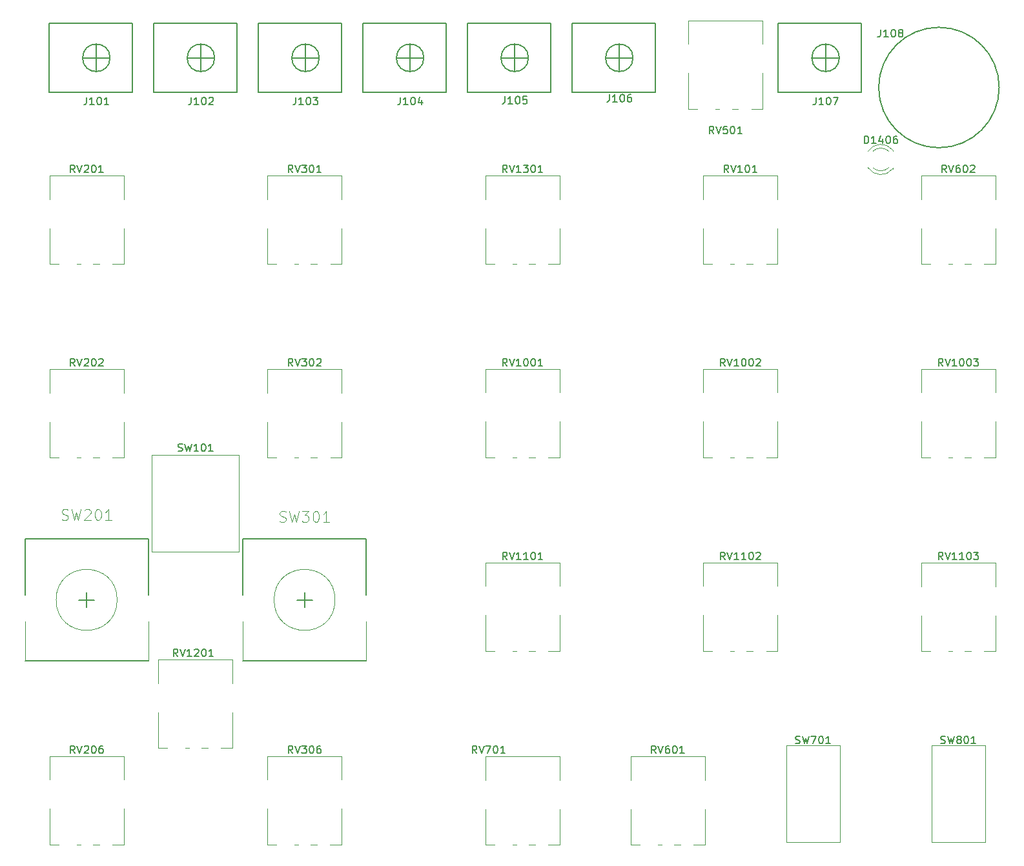
<source format=gto>
G04 #@! TF.GenerationSoftware,KiCad,Pcbnew,6.0.5+dfsg-1~bpo11+1*
G04 #@! TF.CreationDate,2023-01-11T21:04:50+00:00*
G04 #@! TF.ProjectId,micro_pico,6d696372-6f5f-4706-9963-6f2e6b696361,1.0*
G04 #@! TF.SameCoordinates,Original*
G04 #@! TF.FileFunction,Legend,Top*
G04 #@! TF.FilePolarity,Positive*
%FSLAX46Y46*%
G04 Gerber Fmt 4.6, Leading zero omitted, Abs format (unit mm)*
G04 Created by KiCad (PCBNEW 6.0.5+dfsg-1~bpo11+1) date 2023-01-11 21:04:50*
%MOMM*%
%LPD*%
G01*
G04 APERTURE LIST*
%ADD10C,0.150000*%
%ADD11C,0.120000*%
%ADD12C,0.127000*%
%ADD13C,0.080000*%
%ADD14C,1.800000*%
%ADD15C,2.500000*%
%ADD16O,4.600000X2.300000*%
%ADD17O,2.000000X4.000000*%
%ADD18O,2.720000X3.240000*%
%ADD19R,1.800000X1.800000*%
%ADD20C,3.000000*%
%ADD21C,1.451600*%
%ADD22O,2.720000X3.640000*%
%ADD23C,2.000000*%
%ADD24R,1.700000X1.700000*%
%ADD25O,1.700000X1.700000*%
%ADD26C,1.700000*%
%ADD27R,1.600000X1.600000*%
%ADD28C,1.600000*%
%ADD29C,1.440000*%
%ADD30C,2.600000*%
%ADD31R,1.500000X1.500000*%
%ADD32C,1.500000*%
G04 APERTURE END LIST*
D10*
X176784285Y-125499761D02*
X176927142Y-125547380D01*
X177165238Y-125547380D01*
X177260476Y-125499761D01*
X177308095Y-125452142D01*
X177355714Y-125356904D01*
X177355714Y-125261666D01*
X177308095Y-125166428D01*
X177260476Y-125118809D01*
X177165238Y-125071190D01*
X176974761Y-125023571D01*
X176879523Y-124975952D01*
X176831904Y-124928333D01*
X176784285Y-124833095D01*
X176784285Y-124737857D01*
X176831904Y-124642619D01*
X176879523Y-124595000D01*
X176974761Y-124547380D01*
X177212857Y-124547380D01*
X177355714Y-124595000D01*
X177689047Y-124547380D02*
X177927142Y-125547380D01*
X178117619Y-124833095D01*
X178308095Y-125547380D01*
X178546190Y-124547380D01*
X178831904Y-124547380D02*
X179498571Y-124547380D01*
X179070000Y-125547380D01*
X180070000Y-124547380D02*
X180165238Y-124547380D01*
X180260476Y-124595000D01*
X180308095Y-124642619D01*
X180355714Y-124737857D01*
X180403333Y-124928333D01*
X180403333Y-125166428D01*
X180355714Y-125356904D01*
X180308095Y-125452142D01*
X180260476Y-125499761D01*
X180165238Y-125547380D01*
X180070000Y-125547380D01*
X179974761Y-125499761D01*
X179927142Y-125452142D01*
X179879523Y-125356904D01*
X179831904Y-125166428D01*
X179831904Y-124928333D01*
X179879523Y-124737857D01*
X179927142Y-124642619D01*
X179974761Y-124595000D01*
X180070000Y-124547380D01*
X181355714Y-125547380D02*
X180784285Y-125547380D01*
X181070000Y-125547380D02*
X181070000Y-124547380D01*
X180974761Y-124690238D01*
X180879523Y-124785476D01*
X180784285Y-124833095D01*
X187943597Y-31837087D02*
X187943597Y-32551755D01*
X187895953Y-32694689D01*
X187800664Y-32789978D01*
X187657730Y-32837622D01*
X187562441Y-32837622D01*
X188944132Y-32837622D02*
X188372398Y-32837622D01*
X188658265Y-32837622D02*
X188658265Y-31837087D01*
X188562976Y-31980021D01*
X188467687Y-32075310D01*
X188372398Y-32122955D01*
X189563511Y-31837087D02*
X189658800Y-31837087D01*
X189754089Y-31884732D01*
X189801734Y-31932377D01*
X189849378Y-32027666D01*
X189897023Y-32218244D01*
X189897023Y-32456466D01*
X189849378Y-32647044D01*
X189801734Y-32742333D01*
X189754089Y-32789978D01*
X189658800Y-32837622D01*
X189563511Y-32837622D01*
X189468222Y-32789978D01*
X189420578Y-32742333D01*
X189372933Y-32647044D01*
X189325289Y-32456466D01*
X189325289Y-32218244D01*
X189372933Y-32027666D01*
X189420578Y-31932377D01*
X189468222Y-31884732D01*
X189563511Y-31837087D01*
X190468757Y-32265888D02*
X190373468Y-32218244D01*
X190325824Y-32170599D01*
X190278179Y-32075310D01*
X190278179Y-32027666D01*
X190325824Y-31932377D01*
X190373468Y-31884732D01*
X190468757Y-31837087D01*
X190659335Y-31837087D01*
X190754624Y-31884732D01*
X190802269Y-31932377D01*
X190849913Y-32027666D01*
X190849913Y-32075310D01*
X190802269Y-32170599D01*
X190754624Y-32218244D01*
X190659335Y-32265888D01*
X190468757Y-32265888D01*
X190373468Y-32313533D01*
X190325824Y-32361177D01*
X190278179Y-32456466D01*
X190278179Y-32647044D01*
X190325824Y-32742333D01*
X190373468Y-32789978D01*
X190468757Y-32837622D01*
X190659335Y-32837622D01*
X190754624Y-32789978D01*
X190802269Y-32742333D01*
X190849913Y-32647044D01*
X190849913Y-32456466D01*
X190802269Y-32361177D01*
X190754624Y-32313533D01*
X190659335Y-32265888D01*
X110847380Y-50617380D02*
X110514047Y-50141190D01*
X110275952Y-50617380D02*
X110275952Y-49617380D01*
X110656904Y-49617380D01*
X110752142Y-49665000D01*
X110799761Y-49712619D01*
X110847380Y-49807857D01*
X110847380Y-49950714D01*
X110799761Y-50045952D01*
X110752142Y-50093571D01*
X110656904Y-50141190D01*
X110275952Y-50141190D01*
X111133095Y-49617380D02*
X111466428Y-50617380D01*
X111799761Y-49617380D01*
X112037857Y-49617380D02*
X112656904Y-49617380D01*
X112323571Y-49998333D01*
X112466428Y-49998333D01*
X112561666Y-50045952D01*
X112609285Y-50093571D01*
X112656904Y-50188809D01*
X112656904Y-50426904D01*
X112609285Y-50522142D01*
X112561666Y-50569761D01*
X112466428Y-50617380D01*
X112180714Y-50617380D01*
X112085476Y-50569761D01*
X112037857Y-50522142D01*
X113275952Y-49617380D02*
X113371190Y-49617380D01*
X113466428Y-49665000D01*
X113514047Y-49712619D01*
X113561666Y-49807857D01*
X113609285Y-49998333D01*
X113609285Y-50236428D01*
X113561666Y-50426904D01*
X113514047Y-50522142D01*
X113466428Y-50569761D01*
X113371190Y-50617380D01*
X113275952Y-50617380D01*
X113180714Y-50569761D01*
X113133095Y-50522142D01*
X113085476Y-50426904D01*
X113037857Y-50236428D01*
X113037857Y-49998333D01*
X113085476Y-49807857D01*
X113133095Y-49712619D01*
X113180714Y-49665000D01*
X113275952Y-49617380D01*
X114561666Y-50617380D02*
X113990238Y-50617380D01*
X114275952Y-50617380D02*
X114275952Y-49617380D01*
X114180714Y-49760238D01*
X114085476Y-49855476D01*
X113990238Y-49903095D01*
X82272380Y-50617380D02*
X81939047Y-50141190D01*
X81700952Y-50617380D02*
X81700952Y-49617380D01*
X82081904Y-49617380D01*
X82177142Y-49665000D01*
X82224761Y-49712619D01*
X82272380Y-49807857D01*
X82272380Y-49950714D01*
X82224761Y-50045952D01*
X82177142Y-50093571D01*
X82081904Y-50141190D01*
X81700952Y-50141190D01*
X82558095Y-49617380D02*
X82891428Y-50617380D01*
X83224761Y-49617380D01*
X83510476Y-49712619D02*
X83558095Y-49665000D01*
X83653333Y-49617380D01*
X83891428Y-49617380D01*
X83986666Y-49665000D01*
X84034285Y-49712619D01*
X84081904Y-49807857D01*
X84081904Y-49903095D01*
X84034285Y-50045952D01*
X83462857Y-50617380D01*
X84081904Y-50617380D01*
X84700952Y-49617380D02*
X84796190Y-49617380D01*
X84891428Y-49665000D01*
X84939047Y-49712619D01*
X84986666Y-49807857D01*
X85034285Y-49998333D01*
X85034285Y-50236428D01*
X84986666Y-50426904D01*
X84939047Y-50522142D01*
X84891428Y-50569761D01*
X84796190Y-50617380D01*
X84700952Y-50617380D01*
X84605714Y-50569761D01*
X84558095Y-50522142D01*
X84510476Y-50426904D01*
X84462857Y-50236428D01*
X84462857Y-49998333D01*
X84510476Y-49807857D01*
X84558095Y-49712619D01*
X84605714Y-49665000D01*
X84700952Y-49617380D01*
X85986666Y-50617380D02*
X85415238Y-50617380D01*
X85700952Y-50617380D02*
X85700952Y-49617380D01*
X85605714Y-49760238D01*
X85510476Y-49855476D01*
X85415238Y-49903095D01*
X111236285Y-40727380D02*
X111236285Y-41441666D01*
X111188666Y-41584523D01*
X111093428Y-41679761D01*
X110950571Y-41727380D01*
X110855333Y-41727380D01*
X112236285Y-41727380D02*
X111664857Y-41727380D01*
X111950571Y-41727380D02*
X111950571Y-40727380D01*
X111855333Y-40870238D01*
X111760095Y-40965476D01*
X111664857Y-41013095D01*
X112855333Y-40727380D02*
X112950571Y-40727380D01*
X113045809Y-40775000D01*
X113093428Y-40822619D01*
X113141047Y-40917857D01*
X113188666Y-41108333D01*
X113188666Y-41346428D01*
X113141047Y-41536904D01*
X113093428Y-41632142D01*
X113045809Y-41679761D01*
X112950571Y-41727380D01*
X112855333Y-41727380D01*
X112760095Y-41679761D01*
X112712476Y-41632142D01*
X112664857Y-41536904D01*
X112617238Y-41346428D01*
X112617238Y-41108333D01*
X112664857Y-40917857D01*
X112712476Y-40822619D01*
X112760095Y-40775000D01*
X112855333Y-40727380D01*
X113522000Y-40727380D02*
X114141047Y-40727380D01*
X113807714Y-41108333D01*
X113950571Y-41108333D01*
X114045809Y-41155952D01*
X114093428Y-41203571D01*
X114141047Y-41298809D01*
X114141047Y-41536904D01*
X114093428Y-41632142D01*
X114045809Y-41679761D01*
X113950571Y-41727380D01*
X113664857Y-41727380D01*
X113569619Y-41679761D01*
X113522000Y-41632142D01*
D11*
X80562857Y-96130285D02*
X80766428Y-96198142D01*
X81105714Y-96198142D01*
X81241428Y-96130285D01*
X81309285Y-96062428D01*
X81377142Y-95926714D01*
X81377142Y-95791000D01*
X81309285Y-95655285D01*
X81241428Y-95587428D01*
X81105714Y-95519571D01*
X80834285Y-95451714D01*
X80698571Y-95383857D01*
X80630714Y-95316000D01*
X80562857Y-95180285D01*
X80562857Y-95044571D01*
X80630714Y-94908857D01*
X80698571Y-94841000D01*
X80834285Y-94773142D01*
X81173571Y-94773142D01*
X81377142Y-94841000D01*
X81852142Y-94773142D02*
X82191428Y-96198142D01*
X82462857Y-95180285D01*
X82734285Y-96198142D01*
X83073571Y-94773142D01*
X83548571Y-94908857D02*
X83616428Y-94841000D01*
X83752142Y-94773142D01*
X84091428Y-94773142D01*
X84227142Y-94841000D01*
X84295000Y-94908857D01*
X84362857Y-95044571D01*
X84362857Y-95180285D01*
X84295000Y-95383857D01*
X83480714Y-96198142D01*
X84362857Y-96198142D01*
X85245000Y-94773142D02*
X85380714Y-94773142D01*
X85516428Y-94841000D01*
X85584285Y-94908857D01*
X85652142Y-95044571D01*
X85720000Y-95316000D01*
X85720000Y-95655285D01*
X85652142Y-95926714D01*
X85584285Y-96062428D01*
X85516428Y-96130285D01*
X85380714Y-96198142D01*
X85245000Y-96198142D01*
X85109285Y-96130285D01*
X85041428Y-96062428D01*
X84973571Y-95926714D01*
X84905714Y-95655285D01*
X84905714Y-95316000D01*
X84973571Y-95044571D01*
X85041428Y-94908857D01*
X85109285Y-94841000D01*
X85245000Y-94773142D01*
X87077142Y-96198142D02*
X86262857Y-96198142D01*
X86670000Y-96198142D02*
X86670000Y-94773142D01*
X86534285Y-94976714D01*
X86398571Y-95112428D01*
X86262857Y-95180285D01*
D10*
X167521190Y-101417380D02*
X167187857Y-100941190D01*
X166949761Y-101417380D02*
X166949761Y-100417380D01*
X167330714Y-100417380D01*
X167425952Y-100465000D01*
X167473571Y-100512619D01*
X167521190Y-100607857D01*
X167521190Y-100750714D01*
X167473571Y-100845952D01*
X167425952Y-100893571D01*
X167330714Y-100941190D01*
X166949761Y-100941190D01*
X167806904Y-100417380D02*
X168140238Y-101417380D01*
X168473571Y-100417380D01*
X169330714Y-101417380D02*
X168759285Y-101417380D01*
X169045000Y-101417380D02*
X169045000Y-100417380D01*
X168949761Y-100560238D01*
X168854523Y-100655476D01*
X168759285Y-100703095D01*
X170283095Y-101417380D02*
X169711666Y-101417380D01*
X169997380Y-101417380D02*
X169997380Y-100417380D01*
X169902142Y-100560238D01*
X169806904Y-100655476D01*
X169711666Y-100703095D01*
X170902142Y-100417380D02*
X170997380Y-100417380D01*
X171092619Y-100465000D01*
X171140238Y-100512619D01*
X171187857Y-100607857D01*
X171235476Y-100798333D01*
X171235476Y-101036428D01*
X171187857Y-101226904D01*
X171140238Y-101322142D01*
X171092619Y-101369761D01*
X170997380Y-101417380D01*
X170902142Y-101417380D01*
X170806904Y-101369761D01*
X170759285Y-101322142D01*
X170711666Y-101226904D01*
X170664047Y-101036428D01*
X170664047Y-100798333D01*
X170711666Y-100607857D01*
X170759285Y-100512619D01*
X170806904Y-100465000D01*
X170902142Y-100417380D01*
X171616428Y-100512619D02*
X171664047Y-100465000D01*
X171759285Y-100417380D01*
X171997380Y-100417380D01*
X172092619Y-100465000D01*
X172140238Y-100512619D01*
X172187857Y-100607857D01*
X172187857Y-100703095D01*
X172140238Y-100845952D01*
X171568809Y-101417380D01*
X172187857Y-101417380D01*
X196572380Y-50617380D02*
X196239047Y-50141190D01*
X196000952Y-50617380D02*
X196000952Y-49617380D01*
X196381904Y-49617380D01*
X196477142Y-49665000D01*
X196524761Y-49712619D01*
X196572380Y-49807857D01*
X196572380Y-49950714D01*
X196524761Y-50045952D01*
X196477142Y-50093571D01*
X196381904Y-50141190D01*
X196000952Y-50141190D01*
X196858095Y-49617380D02*
X197191428Y-50617380D01*
X197524761Y-49617380D01*
X198286666Y-49617380D02*
X198096190Y-49617380D01*
X198000952Y-49665000D01*
X197953333Y-49712619D01*
X197858095Y-49855476D01*
X197810476Y-50045952D01*
X197810476Y-50426904D01*
X197858095Y-50522142D01*
X197905714Y-50569761D01*
X198000952Y-50617380D01*
X198191428Y-50617380D01*
X198286666Y-50569761D01*
X198334285Y-50522142D01*
X198381904Y-50426904D01*
X198381904Y-50188809D01*
X198334285Y-50093571D01*
X198286666Y-50045952D01*
X198191428Y-49998333D01*
X198000952Y-49998333D01*
X197905714Y-50045952D01*
X197858095Y-50093571D01*
X197810476Y-50188809D01*
X199000952Y-49617380D02*
X199096190Y-49617380D01*
X199191428Y-49665000D01*
X199239047Y-49712619D01*
X199286666Y-49807857D01*
X199334285Y-49998333D01*
X199334285Y-50236428D01*
X199286666Y-50426904D01*
X199239047Y-50522142D01*
X199191428Y-50569761D01*
X199096190Y-50617380D01*
X199000952Y-50617380D01*
X198905714Y-50569761D01*
X198858095Y-50522142D01*
X198810476Y-50426904D01*
X198762857Y-50236428D01*
X198762857Y-49998333D01*
X198810476Y-49807857D01*
X198858095Y-49712619D01*
X198905714Y-49665000D01*
X199000952Y-49617380D01*
X199715238Y-49712619D02*
X199762857Y-49665000D01*
X199858095Y-49617380D01*
X200096190Y-49617380D01*
X200191428Y-49665000D01*
X200239047Y-49712619D01*
X200286666Y-49807857D01*
X200286666Y-49903095D01*
X200239047Y-50045952D01*
X199667619Y-50617380D01*
X200286666Y-50617380D01*
X138946190Y-50617380D02*
X138612857Y-50141190D01*
X138374761Y-50617380D02*
X138374761Y-49617380D01*
X138755714Y-49617380D01*
X138850952Y-49665000D01*
X138898571Y-49712619D01*
X138946190Y-49807857D01*
X138946190Y-49950714D01*
X138898571Y-50045952D01*
X138850952Y-50093571D01*
X138755714Y-50141190D01*
X138374761Y-50141190D01*
X139231904Y-49617380D02*
X139565238Y-50617380D01*
X139898571Y-49617380D01*
X140755714Y-50617380D02*
X140184285Y-50617380D01*
X140470000Y-50617380D02*
X140470000Y-49617380D01*
X140374761Y-49760238D01*
X140279523Y-49855476D01*
X140184285Y-49903095D01*
X141089047Y-49617380D02*
X141708095Y-49617380D01*
X141374761Y-49998333D01*
X141517619Y-49998333D01*
X141612857Y-50045952D01*
X141660476Y-50093571D01*
X141708095Y-50188809D01*
X141708095Y-50426904D01*
X141660476Y-50522142D01*
X141612857Y-50569761D01*
X141517619Y-50617380D01*
X141231904Y-50617380D01*
X141136666Y-50569761D01*
X141089047Y-50522142D01*
X142327142Y-49617380D02*
X142422380Y-49617380D01*
X142517619Y-49665000D01*
X142565238Y-49712619D01*
X142612857Y-49807857D01*
X142660476Y-49998333D01*
X142660476Y-50236428D01*
X142612857Y-50426904D01*
X142565238Y-50522142D01*
X142517619Y-50569761D01*
X142422380Y-50617380D01*
X142327142Y-50617380D01*
X142231904Y-50569761D01*
X142184285Y-50522142D01*
X142136666Y-50426904D01*
X142089047Y-50236428D01*
X142089047Y-49998333D01*
X142136666Y-49807857D01*
X142184285Y-49712619D01*
X142231904Y-49665000D01*
X142327142Y-49617380D01*
X143612857Y-50617380D02*
X143041428Y-50617380D01*
X143327142Y-50617380D02*
X143327142Y-49617380D01*
X143231904Y-49760238D01*
X143136666Y-49855476D01*
X143041428Y-49903095D01*
X95809085Y-87145761D02*
X95951942Y-87193380D01*
X96190038Y-87193380D01*
X96285276Y-87145761D01*
X96332895Y-87098142D01*
X96380514Y-87002904D01*
X96380514Y-86907666D01*
X96332895Y-86812428D01*
X96285276Y-86764809D01*
X96190038Y-86717190D01*
X95999561Y-86669571D01*
X95904323Y-86621952D01*
X95856704Y-86574333D01*
X95809085Y-86479095D01*
X95809085Y-86383857D01*
X95856704Y-86288619D01*
X95904323Y-86241000D01*
X95999561Y-86193380D01*
X96237657Y-86193380D01*
X96380514Y-86241000D01*
X96713847Y-86193380D02*
X96951942Y-87193380D01*
X97142419Y-86479095D01*
X97332895Y-87193380D01*
X97570990Y-86193380D01*
X98475752Y-87193380D02*
X97904323Y-87193380D01*
X98190038Y-87193380D02*
X98190038Y-86193380D01*
X98094800Y-86336238D01*
X97999561Y-86431476D01*
X97904323Y-86479095D01*
X99094800Y-86193380D02*
X99190038Y-86193380D01*
X99285276Y-86241000D01*
X99332895Y-86288619D01*
X99380514Y-86383857D01*
X99428133Y-86574333D01*
X99428133Y-86812428D01*
X99380514Y-87002904D01*
X99332895Y-87098142D01*
X99285276Y-87145761D01*
X99190038Y-87193380D01*
X99094800Y-87193380D01*
X98999561Y-87145761D01*
X98951942Y-87098142D01*
X98904323Y-87002904D01*
X98856704Y-86812428D01*
X98856704Y-86574333D01*
X98904323Y-86383857D01*
X98951942Y-86288619D01*
X98999561Y-86241000D01*
X99094800Y-86193380D01*
X100380514Y-87193380D02*
X99809085Y-87193380D01*
X100094800Y-87193380D02*
X100094800Y-86193380D01*
X99999561Y-86336238D01*
X99904323Y-86431476D01*
X99809085Y-86479095D01*
X158472380Y-126817380D02*
X158139047Y-126341190D01*
X157900952Y-126817380D02*
X157900952Y-125817380D01*
X158281904Y-125817380D01*
X158377142Y-125865000D01*
X158424761Y-125912619D01*
X158472380Y-126007857D01*
X158472380Y-126150714D01*
X158424761Y-126245952D01*
X158377142Y-126293571D01*
X158281904Y-126341190D01*
X157900952Y-126341190D01*
X158758095Y-125817380D02*
X159091428Y-126817380D01*
X159424761Y-125817380D01*
X160186666Y-125817380D02*
X159996190Y-125817380D01*
X159900952Y-125865000D01*
X159853333Y-125912619D01*
X159758095Y-126055476D01*
X159710476Y-126245952D01*
X159710476Y-126626904D01*
X159758095Y-126722142D01*
X159805714Y-126769761D01*
X159900952Y-126817380D01*
X160091428Y-126817380D01*
X160186666Y-126769761D01*
X160234285Y-126722142D01*
X160281904Y-126626904D01*
X160281904Y-126388809D01*
X160234285Y-126293571D01*
X160186666Y-126245952D01*
X160091428Y-126198333D01*
X159900952Y-126198333D01*
X159805714Y-126245952D01*
X159758095Y-126293571D01*
X159710476Y-126388809D01*
X160900952Y-125817380D02*
X160996190Y-125817380D01*
X161091428Y-125865000D01*
X161139047Y-125912619D01*
X161186666Y-126007857D01*
X161234285Y-126198333D01*
X161234285Y-126436428D01*
X161186666Y-126626904D01*
X161139047Y-126722142D01*
X161091428Y-126769761D01*
X160996190Y-126817380D01*
X160900952Y-126817380D01*
X160805714Y-126769761D01*
X160758095Y-126722142D01*
X160710476Y-126626904D01*
X160662857Y-126436428D01*
X160662857Y-126198333D01*
X160710476Y-126007857D01*
X160758095Y-125912619D01*
X160805714Y-125865000D01*
X160900952Y-125817380D01*
X162186666Y-126817380D02*
X161615238Y-126817380D01*
X161900952Y-126817380D02*
X161900952Y-125817380D01*
X161805714Y-125960238D01*
X161710476Y-126055476D01*
X161615238Y-126103095D01*
X95766190Y-114117380D02*
X95432857Y-113641190D01*
X95194761Y-114117380D02*
X95194761Y-113117380D01*
X95575714Y-113117380D01*
X95670952Y-113165000D01*
X95718571Y-113212619D01*
X95766190Y-113307857D01*
X95766190Y-113450714D01*
X95718571Y-113545952D01*
X95670952Y-113593571D01*
X95575714Y-113641190D01*
X95194761Y-113641190D01*
X96051904Y-113117380D02*
X96385238Y-114117380D01*
X96718571Y-113117380D01*
X97575714Y-114117380D02*
X97004285Y-114117380D01*
X97290000Y-114117380D02*
X97290000Y-113117380D01*
X97194761Y-113260238D01*
X97099523Y-113355476D01*
X97004285Y-113403095D01*
X97956666Y-113212619D02*
X98004285Y-113165000D01*
X98099523Y-113117380D01*
X98337619Y-113117380D01*
X98432857Y-113165000D01*
X98480476Y-113212619D01*
X98528095Y-113307857D01*
X98528095Y-113403095D01*
X98480476Y-113545952D01*
X97909047Y-114117380D01*
X98528095Y-114117380D01*
X99147142Y-113117380D02*
X99242380Y-113117380D01*
X99337619Y-113165000D01*
X99385238Y-113212619D01*
X99432857Y-113307857D01*
X99480476Y-113498333D01*
X99480476Y-113736428D01*
X99432857Y-113926904D01*
X99385238Y-114022142D01*
X99337619Y-114069761D01*
X99242380Y-114117380D01*
X99147142Y-114117380D01*
X99051904Y-114069761D01*
X99004285Y-114022142D01*
X98956666Y-113926904D01*
X98909047Y-113736428D01*
X98909047Y-113498333D01*
X98956666Y-113307857D01*
X99004285Y-113212619D01*
X99051904Y-113165000D01*
X99147142Y-113117380D01*
X100432857Y-114117380D02*
X99861428Y-114117380D01*
X100147142Y-114117380D02*
X100147142Y-113117380D01*
X100051904Y-113260238D01*
X99956666Y-113355476D01*
X99861428Y-113403095D01*
X138946190Y-76017380D02*
X138612857Y-75541190D01*
X138374761Y-76017380D02*
X138374761Y-75017380D01*
X138755714Y-75017380D01*
X138850952Y-75065000D01*
X138898571Y-75112619D01*
X138946190Y-75207857D01*
X138946190Y-75350714D01*
X138898571Y-75445952D01*
X138850952Y-75493571D01*
X138755714Y-75541190D01*
X138374761Y-75541190D01*
X139231904Y-75017380D02*
X139565238Y-76017380D01*
X139898571Y-75017380D01*
X140755714Y-76017380D02*
X140184285Y-76017380D01*
X140470000Y-76017380D02*
X140470000Y-75017380D01*
X140374761Y-75160238D01*
X140279523Y-75255476D01*
X140184285Y-75303095D01*
X141374761Y-75017380D02*
X141470000Y-75017380D01*
X141565238Y-75065000D01*
X141612857Y-75112619D01*
X141660476Y-75207857D01*
X141708095Y-75398333D01*
X141708095Y-75636428D01*
X141660476Y-75826904D01*
X141612857Y-75922142D01*
X141565238Y-75969761D01*
X141470000Y-76017380D01*
X141374761Y-76017380D01*
X141279523Y-75969761D01*
X141231904Y-75922142D01*
X141184285Y-75826904D01*
X141136666Y-75636428D01*
X141136666Y-75398333D01*
X141184285Y-75207857D01*
X141231904Y-75112619D01*
X141279523Y-75065000D01*
X141374761Y-75017380D01*
X142327142Y-75017380D02*
X142422380Y-75017380D01*
X142517619Y-75065000D01*
X142565238Y-75112619D01*
X142612857Y-75207857D01*
X142660476Y-75398333D01*
X142660476Y-75636428D01*
X142612857Y-75826904D01*
X142565238Y-75922142D01*
X142517619Y-75969761D01*
X142422380Y-76017380D01*
X142327142Y-76017380D01*
X142231904Y-75969761D01*
X142184285Y-75922142D01*
X142136666Y-75826904D01*
X142089047Y-75636428D01*
X142089047Y-75398333D01*
X142136666Y-75207857D01*
X142184285Y-75112619D01*
X142231904Y-75065000D01*
X142327142Y-75017380D01*
X143612857Y-76017380D02*
X143041428Y-76017380D01*
X143327142Y-76017380D02*
X143327142Y-75017380D01*
X143231904Y-75160238D01*
X143136666Y-75255476D01*
X143041428Y-75303095D01*
X185793333Y-46807380D02*
X185793333Y-45807380D01*
X186031428Y-45807380D01*
X186174285Y-45855000D01*
X186269523Y-45950238D01*
X186317142Y-46045476D01*
X186364761Y-46235952D01*
X186364761Y-46378809D01*
X186317142Y-46569285D01*
X186269523Y-46664523D01*
X186174285Y-46759761D01*
X186031428Y-46807380D01*
X185793333Y-46807380D01*
X187317142Y-46807380D02*
X186745714Y-46807380D01*
X187031428Y-46807380D02*
X187031428Y-45807380D01*
X186936190Y-45950238D01*
X186840952Y-46045476D01*
X186745714Y-46093095D01*
X188174285Y-46140714D02*
X188174285Y-46807380D01*
X187936190Y-45759761D02*
X187698095Y-46474047D01*
X188317142Y-46474047D01*
X188888571Y-45807380D02*
X188983809Y-45807380D01*
X189079047Y-45855000D01*
X189126666Y-45902619D01*
X189174285Y-45997857D01*
X189221904Y-46188333D01*
X189221904Y-46426428D01*
X189174285Y-46616904D01*
X189126666Y-46712142D01*
X189079047Y-46759761D01*
X188983809Y-46807380D01*
X188888571Y-46807380D01*
X188793333Y-46759761D01*
X188745714Y-46712142D01*
X188698095Y-46616904D01*
X188650476Y-46426428D01*
X188650476Y-46188333D01*
X188698095Y-45997857D01*
X188745714Y-45902619D01*
X188793333Y-45855000D01*
X188888571Y-45807380D01*
X190079047Y-45807380D02*
X189888571Y-45807380D01*
X189793333Y-45855000D01*
X189745714Y-45902619D01*
X189650476Y-46045476D01*
X189602857Y-46235952D01*
X189602857Y-46616904D01*
X189650476Y-46712142D01*
X189698095Y-46759761D01*
X189793333Y-46807380D01*
X189983809Y-46807380D01*
X190079047Y-46759761D01*
X190126666Y-46712142D01*
X190174285Y-46616904D01*
X190174285Y-46378809D01*
X190126666Y-46283571D01*
X190079047Y-46235952D01*
X189983809Y-46188333D01*
X189793333Y-46188333D01*
X189698095Y-46235952D01*
X189650476Y-46283571D01*
X189602857Y-46378809D01*
X196096190Y-76017380D02*
X195762857Y-75541190D01*
X195524761Y-76017380D02*
X195524761Y-75017380D01*
X195905714Y-75017380D01*
X196000952Y-75065000D01*
X196048571Y-75112619D01*
X196096190Y-75207857D01*
X196096190Y-75350714D01*
X196048571Y-75445952D01*
X196000952Y-75493571D01*
X195905714Y-75541190D01*
X195524761Y-75541190D01*
X196381904Y-75017380D02*
X196715238Y-76017380D01*
X197048571Y-75017380D01*
X197905714Y-76017380D02*
X197334285Y-76017380D01*
X197620000Y-76017380D02*
X197620000Y-75017380D01*
X197524761Y-75160238D01*
X197429523Y-75255476D01*
X197334285Y-75303095D01*
X198524761Y-75017380D02*
X198620000Y-75017380D01*
X198715238Y-75065000D01*
X198762857Y-75112619D01*
X198810476Y-75207857D01*
X198858095Y-75398333D01*
X198858095Y-75636428D01*
X198810476Y-75826904D01*
X198762857Y-75922142D01*
X198715238Y-75969761D01*
X198620000Y-76017380D01*
X198524761Y-76017380D01*
X198429523Y-75969761D01*
X198381904Y-75922142D01*
X198334285Y-75826904D01*
X198286666Y-75636428D01*
X198286666Y-75398333D01*
X198334285Y-75207857D01*
X198381904Y-75112619D01*
X198429523Y-75065000D01*
X198524761Y-75017380D01*
X199477142Y-75017380D02*
X199572380Y-75017380D01*
X199667619Y-75065000D01*
X199715238Y-75112619D01*
X199762857Y-75207857D01*
X199810476Y-75398333D01*
X199810476Y-75636428D01*
X199762857Y-75826904D01*
X199715238Y-75922142D01*
X199667619Y-75969761D01*
X199572380Y-76017380D01*
X199477142Y-76017380D01*
X199381904Y-75969761D01*
X199334285Y-75922142D01*
X199286666Y-75826904D01*
X199239047Y-75636428D01*
X199239047Y-75398333D01*
X199286666Y-75207857D01*
X199334285Y-75112619D01*
X199381904Y-75065000D01*
X199477142Y-75017380D01*
X200143809Y-75017380D02*
X200762857Y-75017380D01*
X200429523Y-75398333D01*
X200572380Y-75398333D01*
X200667619Y-75445952D01*
X200715238Y-75493571D01*
X200762857Y-75588809D01*
X200762857Y-75826904D01*
X200715238Y-75922142D01*
X200667619Y-75969761D01*
X200572380Y-76017380D01*
X200286666Y-76017380D01*
X200191428Y-75969761D01*
X200143809Y-75922142D01*
X179435285Y-40727380D02*
X179435285Y-41441666D01*
X179387666Y-41584523D01*
X179292428Y-41679761D01*
X179149571Y-41727380D01*
X179054333Y-41727380D01*
X180435285Y-41727380D02*
X179863857Y-41727380D01*
X180149571Y-41727380D02*
X180149571Y-40727380D01*
X180054333Y-40870238D01*
X179959095Y-40965476D01*
X179863857Y-41013095D01*
X181054333Y-40727380D02*
X181149571Y-40727380D01*
X181244809Y-40775000D01*
X181292428Y-40822619D01*
X181340047Y-40917857D01*
X181387666Y-41108333D01*
X181387666Y-41346428D01*
X181340047Y-41536904D01*
X181292428Y-41632142D01*
X181244809Y-41679761D01*
X181149571Y-41727380D01*
X181054333Y-41727380D01*
X180959095Y-41679761D01*
X180911476Y-41632142D01*
X180863857Y-41536904D01*
X180816238Y-41346428D01*
X180816238Y-41108333D01*
X180863857Y-40917857D01*
X180911476Y-40822619D01*
X180959095Y-40775000D01*
X181054333Y-40727380D01*
X181721000Y-40727380D02*
X182387666Y-40727380D01*
X181959095Y-41727380D01*
X167521190Y-76017380D02*
X167187857Y-75541190D01*
X166949761Y-76017380D02*
X166949761Y-75017380D01*
X167330714Y-75017380D01*
X167425952Y-75065000D01*
X167473571Y-75112619D01*
X167521190Y-75207857D01*
X167521190Y-75350714D01*
X167473571Y-75445952D01*
X167425952Y-75493571D01*
X167330714Y-75541190D01*
X166949761Y-75541190D01*
X167806904Y-75017380D02*
X168140238Y-76017380D01*
X168473571Y-75017380D01*
X169330714Y-76017380D02*
X168759285Y-76017380D01*
X169045000Y-76017380D02*
X169045000Y-75017380D01*
X168949761Y-75160238D01*
X168854523Y-75255476D01*
X168759285Y-75303095D01*
X169949761Y-75017380D02*
X170045000Y-75017380D01*
X170140238Y-75065000D01*
X170187857Y-75112619D01*
X170235476Y-75207857D01*
X170283095Y-75398333D01*
X170283095Y-75636428D01*
X170235476Y-75826904D01*
X170187857Y-75922142D01*
X170140238Y-75969761D01*
X170045000Y-76017380D01*
X169949761Y-76017380D01*
X169854523Y-75969761D01*
X169806904Y-75922142D01*
X169759285Y-75826904D01*
X169711666Y-75636428D01*
X169711666Y-75398333D01*
X169759285Y-75207857D01*
X169806904Y-75112619D01*
X169854523Y-75065000D01*
X169949761Y-75017380D01*
X170902142Y-75017380D02*
X170997380Y-75017380D01*
X171092619Y-75065000D01*
X171140238Y-75112619D01*
X171187857Y-75207857D01*
X171235476Y-75398333D01*
X171235476Y-75636428D01*
X171187857Y-75826904D01*
X171140238Y-75922142D01*
X171092619Y-75969761D01*
X170997380Y-76017380D01*
X170902142Y-76017380D01*
X170806904Y-75969761D01*
X170759285Y-75922142D01*
X170711666Y-75826904D01*
X170664047Y-75636428D01*
X170664047Y-75398333D01*
X170711666Y-75207857D01*
X170759285Y-75112619D01*
X170806904Y-75065000D01*
X170902142Y-75017380D01*
X171616428Y-75112619D02*
X171664047Y-75065000D01*
X171759285Y-75017380D01*
X171997380Y-75017380D01*
X172092619Y-75065000D01*
X172140238Y-75112619D01*
X172187857Y-75207857D01*
X172187857Y-75303095D01*
X172140238Y-75445952D01*
X171568809Y-76017380D01*
X172187857Y-76017380D01*
X138946190Y-101417380D02*
X138612857Y-100941190D01*
X138374761Y-101417380D02*
X138374761Y-100417380D01*
X138755714Y-100417380D01*
X138850952Y-100465000D01*
X138898571Y-100512619D01*
X138946190Y-100607857D01*
X138946190Y-100750714D01*
X138898571Y-100845952D01*
X138850952Y-100893571D01*
X138755714Y-100941190D01*
X138374761Y-100941190D01*
X139231904Y-100417380D02*
X139565238Y-101417380D01*
X139898571Y-100417380D01*
X140755714Y-101417380D02*
X140184285Y-101417380D01*
X140470000Y-101417380D02*
X140470000Y-100417380D01*
X140374761Y-100560238D01*
X140279523Y-100655476D01*
X140184285Y-100703095D01*
X141708095Y-101417380D02*
X141136666Y-101417380D01*
X141422380Y-101417380D02*
X141422380Y-100417380D01*
X141327142Y-100560238D01*
X141231904Y-100655476D01*
X141136666Y-100703095D01*
X142327142Y-100417380D02*
X142422380Y-100417380D01*
X142517619Y-100465000D01*
X142565238Y-100512619D01*
X142612857Y-100607857D01*
X142660476Y-100798333D01*
X142660476Y-101036428D01*
X142612857Y-101226904D01*
X142565238Y-101322142D01*
X142517619Y-101369761D01*
X142422380Y-101417380D01*
X142327142Y-101417380D01*
X142231904Y-101369761D01*
X142184285Y-101322142D01*
X142136666Y-101226904D01*
X142089047Y-101036428D01*
X142089047Y-100798333D01*
X142136666Y-100607857D01*
X142184285Y-100512619D01*
X142231904Y-100465000D01*
X142327142Y-100417380D01*
X143612857Y-101417380D02*
X143041428Y-101417380D01*
X143327142Y-101417380D02*
X143327142Y-100417380D01*
X143231904Y-100560238D01*
X143136666Y-100655476D01*
X143041428Y-100703095D01*
X134977380Y-126817380D02*
X134644047Y-126341190D01*
X134405952Y-126817380D02*
X134405952Y-125817380D01*
X134786904Y-125817380D01*
X134882142Y-125865000D01*
X134929761Y-125912619D01*
X134977380Y-126007857D01*
X134977380Y-126150714D01*
X134929761Y-126245952D01*
X134882142Y-126293571D01*
X134786904Y-126341190D01*
X134405952Y-126341190D01*
X135263095Y-125817380D02*
X135596428Y-126817380D01*
X135929761Y-125817380D01*
X136167857Y-125817380D02*
X136834523Y-125817380D01*
X136405952Y-126817380D01*
X137405952Y-125817380D02*
X137501190Y-125817380D01*
X137596428Y-125865000D01*
X137644047Y-125912619D01*
X137691666Y-126007857D01*
X137739285Y-126198333D01*
X137739285Y-126436428D01*
X137691666Y-126626904D01*
X137644047Y-126722142D01*
X137596428Y-126769761D01*
X137501190Y-126817380D01*
X137405952Y-126817380D01*
X137310714Y-126769761D01*
X137263095Y-126722142D01*
X137215476Y-126626904D01*
X137167857Y-126436428D01*
X137167857Y-126198333D01*
X137215476Y-126007857D01*
X137263095Y-125912619D01*
X137310714Y-125865000D01*
X137405952Y-125817380D01*
X138691666Y-126817380D02*
X138120238Y-126817380D01*
X138405952Y-126817380D02*
X138405952Y-125817380D01*
X138310714Y-125960238D01*
X138215476Y-126055476D01*
X138120238Y-126103095D01*
X138668285Y-40600380D02*
X138668285Y-41314666D01*
X138620666Y-41457523D01*
X138525428Y-41552761D01*
X138382571Y-41600380D01*
X138287333Y-41600380D01*
X139668285Y-41600380D02*
X139096857Y-41600380D01*
X139382571Y-41600380D02*
X139382571Y-40600380D01*
X139287333Y-40743238D01*
X139192095Y-40838476D01*
X139096857Y-40886095D01*
X140287333Y-40600380D02*
X140382571Y-40600380D01*
X140477809Y-40648000D01*
X140525428Y-40695619D01*
X140573047Y-40790857D01*
X140620666Y-40981333D01*
X140620666Y-41219428D01*
X140573047Y-41409904D01*
X140525428Y-41505142D01*
X140477809Y-41552761D01*
X140382571Y-41600380D01*
X140287333Y-41600380D01*
X140192095Y-41552761D01*
X140144476Y-41505142D01*
X140096857Y-41409904D01*
X140049238Y-41219428D01*
X140049238Y-40981333D01*
X140096857Y-40790857D01*
X140144476Y-40695619D01*
X140192095Y-40648000D01*
X140287333Y-40600380D01*
X141525428Y-40600380D02*
X141049238Y-40600380D01*
X141001619Y-41076571D01*
X141049238Y-41028952D01*
X141144476Y-40981333D01*
X141382571Y-40981333D01*
X141477809Y-41028952D01*
X141525428Y-41076571D01*
X141573047Y-41171809D01*
X141573047Y-41409904D01*
X141525428Y-41505142D01*
X141477809Y-41552761D01*
X141382571Y-41600380D01*
X141144476Y-41600380D01*
X141049238Y-41552761D01*
X141001619Y-41505142D01*
X82272380Y-126817380D02*
X81939047Y-126341190D01*
X81700952Y-126817380D02*
X81700952Y-125817380D01*
X82081904Y-125817380D01*
X82177142Y-125865000D01*
X82224761Y-125912619D01*
X82272380Y-126007857D01*
X82272380Y-126150714D01*
X82224761Y-126245952D01*
X82177142Y-126293571D01*
X82081904Y-126341190D01*
X81700952Y-126341190D01*
X82558095Y-125817380D02*
X82891428Y-126817380D01*
X83224761Y-125817380D01*
X83510476Y-125912619D02*
X83558095Y-125865000D01*
X83653333Y-125817380D01*
X83891428Y-125817380D01*
X83986666Y-125865000D01*
X84034285Y-125912619D01*
X84081904Y-126007857D01*
X84081904Y-126103095D01*
X84034285Y-126245952D01*
X83462857Y-126817380D01*
X84081904Y-126817380D01*
X84700952Y-125817380D02*
X84796190Y-125817380D01*
X84891428Y-125865000D01*
X84939047Y-125912619D01*
X84986666Y-126007857D01*
X85034285Y-126198333D01*
X85034285Y-126436428D01*
X84986666Y-126626904D01*
X84939047Y-126722142D01*
X84891428Y-126769761D01*
X84796190Y-126817380D01*
X84700952Y-126817380D01*
X84605714Y-126769761D01*
X84558095Y-126722142D01*
X84510476Y-126626904D01*
X84462857Y-126436428D01*
X84462857Y-126198333D01*
X84510476Y-126007857D01*
X84558095Y-125912619D01*
X84605714Y-125865000D01*
X84700952Y-125817380D01*
X85891428Y-125817380D02*
X85700952Y-125817380D01*
X85605714Y-125865000D01*
X85558095Y-125912619D01*
X85462857Y-126055476D01*
X85415238Y-126245952D01*
X85415238Y-126626904D01*
X85462857Y-126722142D01*
X85510476Y-126769761D01*
X85605714Y-126817380D01*
X85796190Y-126817380D01*
X85891428Y-126769761D01*
X85939047Y-126722142D01*
X85986666Y-126626904D01*
X85986666Y-126388809D01*
X85939047Y-126293571D01*
X85891428Y-126245952D01*
X85796190Y-126198333D01*
X85605714Y-126198333D01*
X85510476Y-126245952D01*
X85462857Y-126293571D01*
X85415238Y-126388809D01*
X196096190Y-101417380D02*
X195762857Y-100941190D01*
X195524761Y-101417380D02*
X195524761Y-100417380D01*
X195905714Y-100417380D01*
X196000952Y-100465000D01*
X196048571Y-100512619D01*
X196096190Y-100607857D01*
X196096190Y-100750714D01*
X196048571Y-100845952D01*
X196000952Y-100893571D01*
X195905714Y-100941190D01*
X195524761Y-100941190D01*
X196381904Y-100417380D02*
X196715238Y-101417380D01*
X197048571Y-100417380D01*
X197905714Y-101417380D02*
X197334285Y-101417380D01*
X197620000Y-101417380D02*
X197620000Y-100417380D01*
X197524761Y-100560238D01*
X197429523Y-100655476D01*
X197334285Y-100703095D01*
X198858095Y-101417380D02*
X198286666Y-101417380D01*
X198572380Y-101417380D02*
X198572380Y-100417380D01*
X198477142Y-100560238D01*
X198381904Y-100655476D01*
X198286666Y-100703095D01*
X199477142Y-100417380D02*
X199572380Y-100417380D01*
X199667619Y-100465000D01*
X199715238Y-100512619D01*
X199762857Y-100607857D01*
X199810476Y-100798333D01*
X199810476Y-101036428D01*
X199762857Y-101226904D01*
X199715238Y-101322142D01*
X199667619Y-101369761D01*
X199572380Y-101417380D01*
X199477142Y-101417380D01*
X199381904Y-101369761D01*
X199334285Y-101322142D01*
X199286666Y-101226904D01*
X199239047Y-101036428D01*
X199239047Y-100798333D01*
X199286666Y-100607857D01*
X199334285Y-100512619D01*
X199381904Y-100465000D01*
X199477142Y-100417380D01*
X200143809Y-100417380D02*
X200762857Y-100417380D01*
X200429523Y-100798333D01*
X200572380Y-100798333D01*
X200667619Y-100845952D01*
X200715238Y-100893571D01*
X200762857Y-100988809D01*
X200762857Y-101226904D01*
X200715238Y-101322142D01*
X200667619Y-101369761D01*
X200572380Y-101417380D01*
X200286666Y-101417380D01*
X200191428Y-101369761D01*
X200143809Y-101322142D01*
X195834285Y-125499761D02*
X195977142Y-125547380D01*
X196215238Y-125547380D01*
X196310476Y-125499761D01*
X196358095Y-125452142D01*
X196405714Y-125356904D01*
X196405714Y-125261666D01*
X196358095Y-125166428D01*
X196310476Y-125118809D01*
X196215238Y-125071190D01*
X196024761Y-125023571D01*
X195929523Y-124975952D01*
X195881904Y-124928333D01*
X195834285Y-124833095D01*
X195834285Y-124737857D01*
X195881904Y-124642619D01*
X195929523Y-124595000D01*
X196024761Y-124547380D01*
X196262857Y-124547380D01*
X196405714Y-124595000D01*
X196739047Y-124547380D02*
X196977142Y-125547380D01*
X197167619Y-124833095D01*
X197358095Y-125547380D01*
X197596190Y-124547380D01*
X198120000Y-124975952D02*
X198024761Y-124928333D01*
X197977142Y-124880714D01*
X197929523Y-124785476D01*
X197929523Y-124737857D01*
X197977142Y-124642619D01*
X198024761Y-124595000D01*
X198120000Y-124547380D01*
X198310476Y-124547380D01*
X198405714Y-124595000D01*
X198453333Y-124642619D01*
X198500952Y-124737857D01*
X198500952Y-124785476D01*
X198453333Y-124880714D01*
X198405714Y-124928333D01*
X198310476Y-124975952D01*
X198120000Y-124975952D01*
X198024761Y-125023571D01*
X197977142Y-125071190D01*
X197929523Y-125166428D01*
X197929523Y-125356904D01*
X197977142Y-125452142D01*
X198024761Y-125499761D01*
X198120000Y-125547380D01*
X198310476Y-125547380D01*
X198405714Y-125499761D01*
X198453333Y-125452142D01*
X198500952Y-125356904D01*
X198500952Y-125166428D01*
X198453333Y-125071190D01*
X198405714Y-125023571D01*
X198310476Y-124975952D01*
X199120000Y-124547380D02*
X199215238Y-124547380D01*
X199310476Y-124595000D01*
X199358095Y-124642619D01*
X199405714Y-124737857D01*
X199453333Y-124928333D01*
X199453333Y-125166428D01*
X199405714Y-125356904D01*
X199358095Y-125452142D01*
X199310476Y-125499761D01*
X199215238Y-125547380D01*
X199120000Y-125547380D01*
X199024761Y-125499761D01*
X198977142Y-125452142D01*
X198929523Y-125356904D01*
X198881904Y-125166428D01*
X198881904Y-124928333D01*
X198929523Y-124737857D01*
X198977142Y-124642619D01*
X199024761Y-124595000D01*
X199120000Y-124547380D01*
X200405714Y-125547380D02*
X199834285Y-125547380D01*
X200120000Y-125547380D02*
X200120000Y-124547380D01*
X200024761Y-124690238D01*
X199929523Y-124785476D01*
X199834285Y-124833095D01*
X152384285Y-40346380D02*
X152384285Y-41060666D01*
X152336666Y-41203523D01*
X152241428Y-41298761D01*
X152098571Y-41346380D01*
X152003333Y-41346380D01*
X153384285Y-41346380D02*
X152812857Y-41346380D01*
X153098571Y-41346380D02*
X153098571Y-40346380D01*
X153003333Y-40489238D01*
X152908095Y-40584476D01*
X152812857Y-40632095D01*
X154003333Y-40346380D02*
X154098571Y-40346380D01*
X154193809Y-40394000D01*
X154241428Y-40441619D01*
X154289047Y-40536857D01*
X154336666Y-40727333D01*
X154336666Y-40965428D01*
X154289047Y-41155904D01*
X154241428Y-41251142D01*
X154193809Y-41298761D01*
X154098571Y-41346380D01*
X154003333Y-41346380D01*
X153908095Y-41298761D01*
X153860476Y-41251142D01*
X153812857Y-41155904D01*
X153765238Y-40965428D01*
X153765238Y-40727333D01*
X153812857Y-40536857D01*
X153860476Y-40441619D01*
X153908095Y-40394000D01*
X154003333Y-40346380D01*
X155193809Y-40346380D02*
X155003333Y-40346380D01*
X154908095Y-40394000D01*
X154860476Y-40441619D01*
X154765238Y-40584476D01*
X154717619Y-40774952D01*
X154717619Y-41155904D01*
X154765238Y-41251142D01*
X154812857Y-41298761D01*
X154908095Y-41346380D01*
X155098571Y-41346380D01*
X155193809Y-41298761D01*
X155241428Y-41251142D01*
X155289047Y-41155904D01*
X155289047Y-40917809D01*
X155241428Y-40822571D01*
X155193809Y-40774952D01*
X155098571Y-40727333D01*
X154908095Y-40727333D01*
X154812857Y-40774952D01*
X154765238Y-40822571D01*
X154717619Y-40917809D01*
X83804285Y-40727380D02*
X83804285Y-41441666D01*
X83756666Y-41584523D01*
X83661428Y-41679761D01*
X83518571Y-41727380D01*
X83423333Y-41727380D01*
X84804285Y-41727380D02*
X84232857Y-41727380D01*
X84518571Y-41727380D02*
X84518571Y-40727380D01*
X84423333Y-40870238D01*
X84328095Y-40965476D01*
X84232857Y-41013095D01*
X85423333Y-40727380D02*
X85518571Y-40727380D01*
X85613809Y-40775000D01*
X85661428Y-40822619D01*
X85709047Y-40917857D01*
X85756666Y-41108333D01*
X85756666Y-41346428D01*
X85709047Y-41536904D01*
X85661428Y-41632142D01*
X85613809Y-41679761D01*
X85518571Y-41727380D01*
X85423333Y-41727380D01*
X85328095Y-41679761D01*
X85280476Y-41632142D01*
X85232857Y-41536904D01*
X85185238Y-41346428D01*
X85185238Y-41108333D01*
X85232857Y-40917857D01*
X85280476Y-40822619D01*
X85328095Y-40775000D01*
X85423333Y-40727380D01*
X86709047Y-41727380D02*
X86137619Y-41727380D01*
X86423333Y-41727380D02*
X86423333Y-40727380D01*
X86328095Y-40870238D01*
X86232857Y-40965476D01*
X86137619Y-41013095D01*
X166052380Y-45537380D02*
X165719047Y-45061190D01*
X165480952Y-45537380D02*
X165480952Y-44537380D01*
X165861904Y-44537380D01*
X165957142Y-44585000D01*
X166004761Y-44632619D01*
X166052380Y-44727857D01*
X166052380Y-44870714D01*
X166004761Y-44965952D01*
X165957142Y-45013571D01*
X165861904Y-45061190D01*
X165480952Y-45061190D01*
X166338095Y-44537380D02*
X166671428Y-45537380D01*
X167004761Y-44537380D01*
X167814285Y-44537380D02*
X167338095Y-44537380D01*
X167290476Y-45013571D01*
X167338095Y-44965952D01*
X167433333Y-44918333D01*
X167671428Y-44918333D01*
X167766666Y-44965952D01*
X167814285Y-45013571D01*
X167861904Y-45108809D01*
X167861904Y-45346904D01*
X167814285Y-45442142D01*
X167766666Y-45489761D01*
X167671428Y-45537380D01*
X167433333Y-45537380D01*
X167338095Y-45489761D01*
X167290476Y-45442142D01*
X168480952Y-44537380D02*
X168576190Y-44537380D01*
X168671428Y-44585000D01*
X168719047Y-44632619D01*
X168766666Y-44727857D01*
X168814285Y-44918333D01*
X168814285Y-45156428D01*
X168766666Y-45346904D01*
X168719047Y-45442142D01*
X168671428Y-45489761D01*
X168576190Y-45537380D01*
X168480952Y-45537380D01*
X168385714Y-45489761D01*
X168338095Y-45442142D01*
X168290476Y-45346904D01*
X168242857Y-45156428D01*
X168242857Y-44918333D01*
X168290476Y-44727857D01*
X168338095Y-44632619D01*
X168385714Y-44585000D01*
X168480952Y-44537380D01*
X169766666Y-45537380D02*
X169195238Y-45537380D01*
X169480952Y-45537380D02*
X169480952Y-44537380D01*
X169385714Y-44680238D01*
X169290476Y-44775476D01*
X169195238Y-44823095D01*
D11*
X109137857Y-96384285D02*
X109341428Y-96452142D01*
X109680714Y-96452142D01*
X109816428Y-96384285D01*
X109884285Y-96316428D01*
X109952142Y-96180714D01*
X109952142Y-96045000D01*
X109884285Y-95909285D01*
X109816428Y-95841428D01*
X109680714Y-95773571D01*
X109409285Y-95705714D01*
X109273571Y-95637857D01*
X109205714Y-95570000D01*
X109137857Y-95434285D01*
X109137857Y-95298571D01*
X109205714Y-95162857D01*
X109273571Y-95095000D01*
X109409285Y-95027142D01*
X109748571Y-95027142D01*
X109952142Y-95095000D01*
X110427142Y-95027142D02*
X110766428Y-96452142D01*
X111037857Y-95434285D01*
X111309285Y-96452142D01*
X111648571Y-95027142D01*
X112055714Y-95027142D02*
X112937857Y-95027142D01*
X112462857Y-95570000D01*
X112666428Y-95570000D01*
X112802142Y-95637857D01*
X112870000Y-95705714D01*
X112937857Y-95841428D01*
X112937857Y-96180714D01*
X112870000Y-96316428D01*
X112802142Y-96384285D01*
X112666428Y-96452142D01*
X112259285Y-96452142D01*
X112123571Y-96384285D01*
X112055714Y-96316428D01*
X113820000Y-95027142D02*
X113955714Y-95027142D01*
X114091428Y-95095000D01*
X114159285Y-95162857D01*
X114227142Y-95298571D01*
X114295000Y-95570000D01*
X114295000Y-95909285D01*
X114227142Y-96180714D01*
X114159285Y-96316428D01*
X114091428Y-96384285D01*
X113955714Y-96452142D01*
X113820000Y-96452142D01*
X113684285Y-96384285D01*
X113616428Y-96316428D01*
X113548571Y-96180714D01*
X113480714Y-95909285D01*
X113480714Y-95570000D01*
X113548571Y-95298571D01*
X113616428Y-95162857D01*
X113684285Y-95095000D01*
X113820000Y-95027142D01*
X115652142Y-96452142D02*
X114837857Y-96452142D01*
X115245000Y-96452142D02*
X115245000Y-95027142D01*
X115109285Y-95230714D01*
X114973571Y-95366428D01*
X114837857Y-95434285D01*
D10*
X124952285Y-40727380D02*
X124952285Y-41441666D01*
X124904666Y-41584523D01*
X124809428Y-41679761D01*
X124666571Y-41727380D01*
X124571333Y-41727380D01*
X125952285Y-41727380D02*
X125380857Y-41727380D01*
X125666571Y-41727380D02*
X125666571Y-40727380D01*
X125571333Y-40870238D01*
X125476095Y-40965476D01*
X125380857Y-41013095D01*
X126571333Y-40727380D02*
X126666571Y-40727380D01*
X126761809Y-40775000D01*
X126809428Y-40822619D01*
X126857047Y-40917857D01*
X126904666Y-41108333D01*
X126904666Y-41346428D01*
X126857047Y-41536904D01*
X126809428Y-41632142D01*
X126761809Y-41679761D01*
X126666571Y-41727380D01*
X126571333Y-41727380D01*
X126476095Y-41679761D01*
X126428476Y-41632142D01*
X126380857Y-41536904D01*
X126333238Y-41346428D01*
X126333238Y-41108333D01*
X126380857Y-40917857D01*
X126428476Y-40822619D01*
X126476095Y-40775000D01*
X126571333Y-40727380D01*
X127761809Y-41060714D02*
X127761809Y-41727380D01*
X127523714Y-40679761D02*
X127285619Y-41394047D01*
X127904666Y-41394047D01*
X110847380Y-126817380D02*
X110514047Y-126341190D01*
X110275952Y-126817380D02*
X110275952Y-125817380D01*
X110656904Y-125817380D01*
X110752142Y-125865000D01*
X110799761Y-125912619D01*
X110847380Y-126007857D01*
X110847380Y-126150714D01*
X110799761Y-126245952D01*
X110752142Y-126293571D01*
X110656904Y-126341190D01*
X110275952Y-126341190D01*
X111133095Y-125817380D02*
X111466428Y-126817380D01*
X111799761Y-125817380D01*
X112037857Y-125817380D02*
X112656904Y-125817380D01*
X112323571Y-126198333D01*
X112466428Y-126198333D01*
X112561666Y-126245952D01*
X112609285Y-126293571D01*
X112656904Y-126388809D01*
X112656904Y-126626904D01*
X112609285Y-126722142D01*
X112561666Y-126769761D01*
X112466428Y-126817380D01*
X112180714Y-126817380D01*
X112085476Y-126769761D01*
X112037857Y-126722142D01*
X113275952Y-125817380D02*
X113371190Y-125817380D01*
X113466428Y-125865000D01*
X113514047Y-125912619D01*
X113561666Y-126007857D01*
X113609285Y-126198333D01*
X113609285Y-126436428D01*
X113561666Y-126626904D01*
X113514047Y-126722142D01*
X113466428Y-126769761D01*
X113371190Y-126817380D01*
X113275952Y-126817380D01*
X113180714Y-126769761D01*
X113133095Y-126722142D01*
X113085476Y-126626904D01*
X113037857Y-126436428D01*
X113037857Y-126198333D01*
X113085476Y-126007857D01*
X113133095Y-125912619D01*
X113180714Y-125865000D01*
X113275952Y-125817380D01*
X114466428Y-125817380D02*
X114275952Y-125817380D01*
X114180714Y-125865000D01*
X114133095Y-125912619D01*
X114037857Y-126055476D01*
X113990238Y-126245952D01*
X113990238Y-126626904D01*
X114037857Y-126722142D01*
X114085476Y-126769761D01*
X114180714Y-126817380D01*
X114371190Y-126817380D01*
X114466428Y-126769761D01*
X114514047Y-126722142D01*
X114561666Y-126626904D01*
X114561666Y-126388809D01*
X114514047Y-126293571D01*
X114466428Y-126245952D01*
X114371190Y-126198333D01*
X114180714Y-126198333D01*
X114085476Y-126245952D01*
X114037857Y-126293571D01*
X113990238Y-126388809D01*
X97520285Y-40727380D02*
X97520285Y-41441666D01*
X97472666Y-41584523D01*
X97377428Y-41679761D01*
X97234571Y-41727380D01*
X97139333Y-41727380D01*
X98520285Y-41727380D02*
X97948857Y-41727380D01*
X98234571Y-41727380D02*
X98234571Y-40727380D01*
X98139333Y-40870238D01*
X98044095Y-40965476D01*
X97948857Y-41013095D01*
X99139333Y-40727380D02*
X99234571Y-40727380D01*
X99329809Y-40775000D01*
X99377428Y-40822619D01*
X99425047Y-40917857D01*
X99472666Y-41108333D01*
X99472666Y-41346428D01*
X99425047Y-41536904D01*
X99377428Y-41632142D01*
X99329809Y-41679761D01*
X99234571Y-41727380D01*
X99139333Y-41727380D01*
X99044095Y-41679761D01*
X98996476Y-41632142D01*
X98948857Y-41536904D01*
X98901238Y-41346428D01*
X98901238Y-41108333D01*
X98948857Y-40917857D01*
X98996476Y-40822619D01*
X99044095Y-40775000D01*
X99139333Y-40727380D01*
X99853619Y-40822619D02*
X99901238Y-40775000D01*
X99996476Y-40727380D01*
X100234571Y-40727380D01*
X100329809Y-40775000D01*
X100377428Y-40822619D01*
X100425047Y-40917857D01*
X100425047Y-41013095D01*
X100377428Y-41155952D01*
X99806000Y-41727380D01*
X100425047Y-41727380D01*
X110847380Y-76017380D02*
X110514047Y-75541190D01*
X110275952Y-76017380D02*
X110275952Y-75017380D01*
X110656904Y-75017380D01*
X110752142Y-75065000D01*
X110799761Y-75112619D01*
X110847380Y-75207857D01*
X110847380Y-75350714D01*
X110799761Y-75445952D01*
X110752142Y-75493571D01*
X110656904Y-75541190D01*
X110275952Y-75541190D01*
X111133095Y-75017380D02*
X111466428Y-76017380D01*
X111799761Y-75017380D01*
X112037857Y-75017380D02*
X112656904Y-75017380D01*
X112323571Y-75398333D01*
X112466428Y-75398333D01*
X112561666Y-75445952D01*
X112609285Y-75493571D01*
X112656904Y-75588809D01*
X112656904Y-75826904D01*
X112609285Y-75922142D01*
X112561666Y-75969761D01*
X112466428Y-76017380D01*
X112180714Y-76017380D01*
X112085476Y-75969761D01*
X112037857Y-75922142D01*
X113275952Y-75017380D02*
X113371190Y-75017380D01*
X113466428Y-75065000D01*
X113514047Y-75112619D01*
X113561666Y-75207857D01*
X113609285Y-75398333D01*
X113609285Y-75636428D01*
X113561666Y-75826904D01*
X113514047Y-75922142D01*
X113466428Y-75969761D01*
X113371190Y-76017380D01*
X113275952Y-76017380D01*
X113180714Y-75969761D01*
X113133095Y-75922142D01*
X113085476Y-75826904D01*
X113037857Y-75636428D01*
X113037857Y-75398333D01*
X113085476Y-75207857D01*
X113133095Y-75112619D01*
X113180714Y-75065000D01*
X113275952Y-75017380D01*
X113990238Y-75112619D02*
X114037857Y-75065000D01*
X114133095Y-75017380D01*
X114371190Y-75017380D01*
X114466428Y-75065000D01*
X114514047Y-75112619D01*
X114561666Y-75207857D01*
X114561666Y-75303095D01*
X114514047Y-75445952D01*
X113942619Y-76017380D01*
X114561666Y-76017380D01*
X167997380Y-50617380D02*
X167664047Y-50141190D01*
X167425952Y-50617380D02*
X167425952Y-49617380D01*
X167806904Y-49617380D01*
X167902142Y-49665000D01*
X167949761Y-49712619D01*
X167997380Y-49807857D01*
X167997380Y-49950714D01*
X167949761Y-50045952D01*
X167902142Y-50093571D01*
X167806904Y-50141190D01*
X167425952Y-50141190D01*
X168283095Y-49617380D02*
X168616428Y-50617380D01*
X168949761Y-49617380D01*
X169806904Y-50617380D02*
X169235476Y-50617380D01*
X169521190Y-50617380D02*
X169521190Y-49617380D01*
X169425952Y-49760238D01*
X169330714Y-49855476D01*
X169235476Y-49903095D01*
X170425952Y-49617380D02*
X170521190Y-49617380D01*
X170616428Y-49665000D01*
X170664047Y-49712619D01*
X170711666Y-49807857D01*
X170759285Y-49998333D01*
X170759285Y-50236428D01*
X170711666Y-50426904D01*
X170664047Y-50522142D01*
X170616428Y-50569761D01*
X170521190Y-50617380D01*
X170425952Y-50617380D01*
X170330714Y-50569761D01*
X170283095Y-50522142D01*
X170235476Y-50426904D01*
X170187857Y-50236428D01*
X170187857Y-49998333D01*
X170235476Y-49807857D01*
X170283095Y-49712619D01*
X170330714Y-49665000D01*
X170425952Y-49617380D01*
X171711666Y-50617380D02*
X171140238Y-50617380D01*
X171425952Y-50617380D02*
X171425952Y-49617380D01*
X171330714Y-49760238D01*
X171235476Y-49855476D01*
X171140238Y-49903095D01*
X82272380Y-76017380D02*
X81939047Y-75541190D01*
X81700952Y-76017380D02*
X81700952Y-75017380D01*
X82081904Y-75017380D01*
X82177142Y-75065000D01*
X82224761Y-75112619D01*
X82272380Y-75207857D01*
X82272380Y-75350714D01*
X82224761Y-75445952D01*
X82177142Y-75493571D01*
X82081904Y-75541190D01*
X81700952Y-75541190D01*
X82558095Y-75017380D02*
X82891428Y-76017380D01*
X83224761Y-75017380D01*
X83510476Y-75112619D02*
X83558095Y-75065000D01*
X83653333Y-75017380D01*
X83891428Y-75017380D01*
X83986666Y-75065000D01*
X84034285Y-75112619D01*
X84081904Y-75207857D01*
X84081904Y-75303095D01*
X84034285Y-75445952D01*
X83462857Y-76017380D01*
X84081904Y-76017380D01*
X84700952Y-75017380D02*
X84796190Y-75017380D01*
X84891428Y-75065000D01*
X84939047Y-75112619D01*
X84986666Y-75207857D01*
X85034285Y-75398333D01*
X85034285Y-75636428D01*
X84986666Y-75826904D01*
X84939047Y-75922142D01*
X84891428Y-75969761D01*
X84796190Y-76017380D01*
X84700952Y-76017380D01*
X84605714Y-75969761D01*
X84558095Y-75922142D01*
X84510476Y-75826904D01*
X84462857Y-75636428D01*
X84462857Y-75398333D01*
X84510476Y-75207857D01*
X84558095Y-75112619D01*
X84605714Y-75065000D01*
X84700952Y-75017380D01*
X85415238Y-75112619D02*
X85462857Y-75065000D01*
X85558095Y-75017380D01*
X85796190Y-75017380D01*
X85891428Y-75065000D01*
X85939047Y-75112619D01*
X85986666Y-75207857D01*
X85986666Y-75303095D01*
X85939047Y-75445952D01*
X85367619Y-76017380D01*
X85986666Y-76017380D01*
D11*
X175570000Y-125730000D02*
X182570000Y-125730000D01*
X182570000Y-125730000D02*
X182570000Y-138430000D01*
X182570000Y-138430000D02*
X175570000Y-138430000D01*
X175570000Y-138430000D02*
X175570000Y-125730000D01*
D12*
X203484000Y-39455000D02*
G75*
G03*
X203484000Y-39455000I-7900000J0D01*
G01*
D11*
X108705000Y-62630000D02*
X107525000Y-62630000D01*
X117265000Y-54100000D02*
X117265000Y-51040000D01*
X111605000Y-62630000D02*
X111075000Y-62630000D01*
X114055000Y-62630000D02*
X113225000Y-62630000D01*
X107515000Y-62630000D02*
X107515000Y-57910000D01*
X107525000Y-54100000D02*
X107525000Y-51040000D01*
X117265000Y-51040000D02*
X107525000Y-51040000D01*
X117265000Y-62630000D02*
X117265000Y-57910000D01*
X117265000Y-62630000D02*
X115775000Y-62630000D01*
X88690000Y-51040000D02*
X78950000Y-51040000D01*
X88690000Y-54100000D02*
X88690000Y-51040000D01*
X80130000Y-62630000D02*
X78950000Y-62630000D01*
X88690000Y-62630000D02*
X87200000Y-62630000D01*
X85480000Y-62630000D02*
X84650000Y-62630000D01*
X78940000Y-62630000D02*
X78940000Y-57910000D01*
X78950000Y-54100000D02*
X78950000Y-51040000D01*
X83030000Y-62630000D02*
X82500000Y-62630000D01*
X88690000Y-62630000D02*
X88690000Y-57910000D01*
D10*
X110722000Y-35560000D02*
X114322000Y-35560000D01*
X117222000Y-40060000D02*
X117222000Y-31060000D01*
X106322000Y-40060000D02*
X106322000Y-31060000D01*
X106322000Y-31060000D02*
X117222000Y-31060000D01*
X106322000Y-40060000D02*
X117222000Y-40060000D01*
X112522000Y-37360000D02*
X112522000Y-33760000D01*
X114322000Y-35560000D02*
G75*
G03*
X114322000Y-35560000I-1800000J0D01*
G01*
D12*
X91920000Y-98680000D02*
X75720000Y-98680000D01*
X91320000Y-114680000D02*
X91920000Y-114680000D01*
X75720000Y-114680000D02*
X76320000Y-114680000D01*
D11*
X75720000Y-114680000D02*
X75720000Y-109474000D01*
D12*
X76320000Y-114680000D02*
X91320000Y-114680000D01*
X84820000Y-106680000D02*
X82820000Y-106680000D01*
D11*
X91920000Y-114680000D02*
X91920000Y-109474000D01*
D12*
X83820000Y-105680000D02*
X83820000Y-107680000D01*
X91920000Y-106045000D02*
X91920000Y-98680000D01*
X75720000Y-98680000D02*
X75720000Y-106045000D01*
D13*
X87820000Y-106680000D02*
G75*
G03*
X87820000Y-106680000I-4000000J0D01*
G01*
D11*
X168755000Y-113420000D02*
X168225000Y-113420000D01*
X174415000Y-101830000D02*
X164675000Y-101830000D01*
X164675000Y-104890000D02*
X164675000Y-101830000D01*
X171205000Y-113420000D02*
X170375000Y-113420000D01*
X165855000Y-113420000D02*
X164675000Y-113420000D01*
X174415000Y-113420000D02*
X174415000Y-108700000D01*
X174415000Y-104890000D02*
X174415000Y-101830000D01*
X164665000Y-113420000D02*
X164665000Y-108700000D01*
X174415000Y-113420000D02*
X172925000Y-113420000D01*
X193250000Y-54100000D02*
X193250000Y-51040000D01*
X202990000Y-62630000D02*
X201500000Y-62630000D01*
X202990000Y-54100000D02*
X202990000Y-51040000D01*
X202990000Y-51040000D02*
X193250000Y-51040000D01*
X194430000Y-62630000D02*
X193250000Y-62630000D01*
X193240000Y-62630000D02*
X193240000Y-57910000D01*
X199780000Y-62630000D02*
X198950000Y-62630000D01*
X197330000Y-62630000D02*
X196800000Y-62630000D01*
X202990000Y-62630000D02*
X202990000Y-57910000D01*
X136090000Y-62630000D02*
X136090000Y-57910000D01*
X145840000Y-62630000D02*
X145840000Y-57910000D01*
X136100000Y-54100000D02*
X136100000Y-51040000D01*
X137280000Y-62630000D02*
X136100000Y-62630000D01*
X145840000Y-54100000D02*
X145840000Y-51040000D01*
X145840000Y-62630000D02*
X144350000Y-62630000D01*
X142630000Y-62630000D02*
X141800000Y-62630000D01*
X140180000Y-62630000D02*
X139650000Y-62630000D01*
X145840000Y-51040000D02*
X136100000Y-51040000D01*
X92392500Y-87630000D02*
X103822500Y-87630000D01*
X103822500Y-100330000D02*
X92392500Y-100330000D01*
X92392500Y-100330000D02*
X92392500Y-87630000D01*
X103822500Y-87630000D02*
X103822500Y-100330000D01*
X159230000Y-138830000D02*
X158700000Y-138830000D01*
X155140000Y-138830000D02*
X155140000Y-134110000D01*
X164890000Y-138830000D02*
X163400000Y-138830000D01*
X155150000Y-130300000D02*
X155150000Y-127240000D01*
X164890000Y-138830000D02*
X164890000Y-134110000D01*
X156330000Y-138830000D02*
X155150000Y-138830000D01*
X164890000Y-130300000D02*
X164890000Y-127240000D01*
X161680000Y-138830000D02*
X160850000Y-138830000D01*
X164890000Y-127240000D02*
X155150000Y-127240000D01*
X93187500Y-126130000D02*
X93187500Y-121410000D01*
X97277500Y-126130000D02*
X96747500Y-126130000D01*
X102937500Y-114540000D02*
X93197500Y-114540000D01*
X102937500Y-126130000D02*
X101447500Y-126130000D01*
X102937500Y-126130000D02*
X102937500Y-121410000D01*
X94377500Y-126130000D02*
X93197500Y-126130000D01*
X93197500Y-117600000D02*
X93197500Y-114540000D01*
X102937500Y-117600000D02*
X102937500Y-114540000D01*
X99727500Y-126130000D02*
X98897500Y-126130000D01*
X140180000Y-88020000D02*
X139650000Y-88020000D01*
X145840000Y-79490000D02*
X145840000Y-76430000D01*
X137280000Y-88020000D02*
X136100000Y-88020000D01*
X142630000Y-88020000D02*
X141800000Y-88020000D01*
X145840000Y-88020000D02*
X145840000Y-83300000D01*
X145840000Y-76430000D02*
X136100000Y-76430000D01*
X145840000Y-88020000D02*
X144350000Y-88020000D01*
X136090000Y-88020000D02*
X136090000Y-83300000D01*
X136100000Y-79490000D02*
X136100000Y-76430000D01*
X189520000Y-50131000D02*
X189520000Y-49975000D01*
X189520000Y-47815000D02*
X189520000Y-47659000D01*
X186287665Y-49973608D02*
G75*
G03*
X189520000Y-50130516I1672335J1078608D01*
G01*
X186918870Y-49974837D02*
G75*
G03*
X189000961Y-49975000I1041130J1079837D01*
G01*
X189000961Y-47815000D02*
G75*
G03*
X186918870Y-47815163I-1040961J-1080000D01*
G01*
X189520000Y-47659484D02*
G75*
G03*
X186287665Y-47816392I-1560000J-1235516D01*
G01*
X197330000Y-88020000D02*
X196800000Y-88020000D01*
X193240000Y-88020000D02*
X193240000Y-83300000D01*
X202990000Y-79490000D02*
X202990000Y-76430000D01*
X202990000Y-88020000D02*
X201500000Y-88020000D01*
X194430000Y-88020000D02*
X193250000Y-88020000D01*
X202990000Y-88020000D02*
X202990000Y-83300000D01*
X199780000Y-88020000D02*
X198950000Y-88020000D01*
X193250000Y-79490000D02*
X193250000Y-76430000D01*
X202990000Y-76430000D02*
X193250000Y-76430000D01*
D10*
X174521000Y-40060000D02*
X185421000Y-40060000D01*
X178921000Y-35560000D02*
X182521000Y-35560000D01*
X185421000Y-40060000D02*
X185421000Y-31060000D01*
X174521000Y-31060000D02*
X185421000Y-31060000D01*
X174521000Y-40060000D02*
X174521000Y-31060000D01*
X180721000Y-37360000D02*
X180721000Y-33760000D01*
X182521000Y-35560000D02*
G75*
G03*
X182521000Y-35560000I-1800000J0D01*
G01*
D11*
X168755000Y-88020000D02*
X168225000Y-88020000D01*
X174415000Y-88020000D02*
X172925000Y-88020000D01*
X171205000Y-88020000D02*
X170375000Y-88020000D01*
X164665000Y-88020000D02*
X164665000Y-83300000D01*
X174415000Y-88020000D02*
X174415000Y-83300000D01*
X164675000Y-79490000D02*
X164675000Y-76430000D01*
X174415000Y-79490000D02*
X174415000Y-76430000D01*
X174415000Y-76430000D02*
X164675000Y-76430000D01*
X165855000Y-88020000D02*
X164675000Y-88020000D01*
X136090000Y-113420000D02*
X136090000Y-108700000D01*
X145840000Y-113420000D02*
X144350000Y-113420000D01*
X145840000Y-113420000D02*
X145840000Y-108700000D01*
X145840000Y-104890000D02*
X145840000Y-101830000D01*
X142630000Y-113420000D02*
X141800000Y-113420000D01*
X140180000Y-113420000D02*
X139650000Y-113420000D01*
X137280000Y-113420000D02*
X136100000Y-113420000D01*
X136100000Y-104890000D02*
X136100000Y-101830000D01*
X145840000Y-101830000D02*
X136100000Y-101830000D01*
X145840000Y-138830000D02*
X145840000Y-134110000D01*
X140180000Y-138830000D02*
X139650000Y-138830000D01*
X136100000Y-130300000D02*
X136100000Y-127240000D01*
X145840000Y-138830000D02*
X144350000Y-138830000D01*
X145840000Y-130300000D02*
X145840000Y-127240000D01*
X142630000Y-138830000D02*
X141800000Y-138830000D01*
X137280000Y-138830000D02*
X136100000Y-138830000D01*
X145840000Y-127240000D02*
X136100000Y-127240000D01*
X136090000Y-138830000D02*
X136090000Y-134110000D01*
D10*
X138154000Y-35560000D02*
X141754000Y-35560000D01*
X133754000Y-31060000D02*
X144654000Y-31060000D01*
X133754000Y-40060000D02*
X133754000Y-31060000D01*
X139954000Y-37360000D02*
X139954000Y-33760000D01*
X144654000Y-40060000D02*
X144654000Y-31060000D01*
X133754000Y-40060000D02*
X144654000Y-40060000D01*
X141754000Y-35560000D02*
G75*
G03*
X141754000Y-35560000I-1800000J0D01*
G01*
D11*
X83030000Y-138820000D02*
X82500000Y-138820000D01*
X85480000Y-138820000D02*
X84650000Y-138820000D01*
X78950000Y-130290000D02*
X78950000Y-127230000D01*
X88690000Y-127230000D02*
X78950000Y-127230000D01*
X78940000Y-138820000D02*
X78940000Y-134100000D01*
X88690000Y-138820000D02*
X88690000Y-134100000D01*
X88690000Y-138820000D02*
X87200000Y-138820000D01*
X80130000Y-138820000D02*
X78950000Y-138820000D01*
X88690000Y-130290000D02*
X88690000Y-127230000D01*
X197330000Y-113430000D02*
X196800000Y-113430000D01*
X202990000Y-113430000D02*
X201500000Y-113430000D01*
X193240000Y-113430000D02*
X193240000Y-108710000D01*
X202990000Y-101840000D02*
X193250000Y-101840000D01*
X199780000Y-113430000D02*
X198950000Y-113430000D01*
X202990000Y-104900000D02*
X202990000Y-101840000D01*
X194430000Y-113430000D02*
X193250000Y-113430000D01*
X193250000Y-104900000D02*
X193250000Y-101840000D01*
X202990000Y-113430000D02*
X202990000Y-108710000D01*
X201620000Y-138430000D02*
X194620000Y-138430000D01*
X194620000Y-125730000D02*
X201620000Y-125730000D01*
X194620000Y-138430000D02*
X194620000Y-125730000D01*
X201620000Y-125730000D02*
X201620000Y-138430000D01*
D10*
X158370000Y-40060000D02*
X158370000Y-31060000D01*
X153670000Y-37360000D02*
X153670000Y-33760000D01*
X147470000Y-31060000D02*
X158370000Y-31060000D01*
X147470000Y-40060000D02*
X147470000Y-31060000D01*
X147470000Y-40060000D02*
X158370000Y-40060000D01*
X151870000Y-35560000D02*
X155470000Y-35560000D01*
X155470000Y-35560000D02*
G75*
G03*
X155470000Y-35560000I-1800000J0D01*
G01*
X89790000Y-40060000D02*
X89790000Y-31060000D01*
X78890000Y-40060000D02*
X89790000Y-40060000D01*
X85090000Y-37360000D02*
X85090000Y-33760000D01*
X78890000Y-40060000D02*
X78890000Y-31060000D01*
X78890000Y-31060000D02*
X89790000Y-31060000D01*
X83290000Y-35560000D02*
X86890000Y-35560000D01*
X86890000Y-35560000D02*
G75*
G03*
X86890000Y-35560000I-1800000J0D01*
G01*
D11*
X166810000Y-42300000D02*
X166280000Y-42300000D01*
X172470000Y-30710000D02*
X162730000Y-30710000D01*
X162720000Y-42300000D02*
X162720000Y-37580000D01*
X162730000Y-33770000D02*
X162730000Y-30710000D01*
X163910000Y-42300000D02*
X162730000Y-42300000D01*
X172470000Y-33770000D02*
X172470000Y-30710000D01*
X172470000Y-42300000D02*
X170980000Y-42300000D01*
X172470000Y-42300000D02*
X172470000Y-37580000D01*
X169260000Y-42300000D02*
X168430000Y-42300000D01*
D12*
X112395000Y-105680000D02*
X112395000Y-107680000D01*
X113395000Y-106680000D02*
X111395000Y-106680000D01*
X119895000Y-114680000D02*
X120495000Y-114680000D01*
X120495000Y-98680000D02*
X104295000Y-98680000D01*
X104895000Y-114680000D02*
X119895000Y-114680000D01*
X104295000Y-98680000D02*
X104295000Y-106045000D01*
X104295000Y-114680000D02*
X104895000Y-114680000D01*
X120495000Y-106045000D02*
X120495000Y-98680000D01*
D11*
X120495000Y-114680000D02*
X120495000Y-109474000D01*
X104295000Y-114680000D02*
X104295000Y-109474000D01*
D13*
X116395000Y-106680000D02*
G75*
G03*
X116395000Y-106680000I-4000000J0D01*
G01*
D10*
X120038000Y-40060000D02*
X120038000Y-31060000D01*
X120038000Y-40060000D02*
X130938000Y-40060000D01*
X130938000Y-40060000D02*
X130938000Y-31060000D01*
X120038000Y-31060000D02*
X130938000Y-31060000D01*
X126238000Y-37360000D02*
X126238000Y-33760000D01*
X124438000Y-35560000D02*
X128038000Y-35560000D01*
X128038000Y-35560000D02*
G75*
G03*
X128038000Y-35560000I-1800000J0D01*
G01*
D11*
X117225000Y-130290000D02*
X117225000Y-127230000D01*
X117225000Y-138820000D02*
X117225000Y-134100000D01*
X117225000Y-138820000D02*
X115735000Y-138820000D01*
X111565000Y-138820000D02*
X111035000Y-138820000D01*
X114015000Y-138820000D02*
X113185000Y-138820000D01*
X107485000Y-130290000D02*
X107485000Y-127230000D01*
X108665000Y-138820000D02*
X107485000Y-138820000D01*
X107475000Y-138820000D02*
X107475000Y-134100000D01*
X117225000Y-127230000D02*
X107485000Y-127230000D01*
D10*
X92606000Y-31060000D02*
X103506000Y-31060000D01*
X92606000Y-40060000D02*
X103506000Y-40060000D01*
X97006000Y-35560000D02*
X100606000Y-35560000D01*
X103506000Y-40060000D02*
X103506000Y-31060000D01*
X98806000Y-37360000D02*
X98806000Y-33760000D01*
X92606000Y-40060000D02*
X92606000Y-31060000D01*
X100606000Y-35560000D02*
G75*
G03*
X100606000Y-35560000I-1800000J0D01*
G01*
D11*
X107525000Y-79500000D02*
X107525000Y-76440000D01*
X111605000Y-88030000D02*
X111075000Y-88030000D01*
X117265000Y-88030000D02*
X115775000Y-88030000D01*
X108705000Y-88030000D02*
X107525000Y-88030000D01*
X117265000Y-76440000D02*
X107525000Y-76440000D01*
X114055000Y-88030000D02*
X113225000Y-88030000D01*
X117265000Y-79500000D02*
X117265000Y-76440000D01*
X107515000Y-88030000D02*
X107515000Y-83310000D01*
X117265000Y-88030000D02*
X117265000Y-83310000D01*
X168755000Y-62630000D02*
X168225000Y-62630000D01*
X174415000Y-62630000D02*
X172925000Y-62630000D01*
X174415000Y-62630000D02*
X174415000Y-57910000D01*
X164675000Y-54100000D02*
X164675000Y-51040000D01*
X165855000Y-62630000D02*
X164675000Y-62630000D01*
X174415000Y-51040000D02*
X164675000Y-51040000D01*
X164665000Y-62630000D02*
X164665000Y-57910000D01*
X174415000Y-54100000D02*
X174415000Y-51040000D01*
X171205000Y-62630000D02*
X170375000Y-62630000D01*
X80130000Y-88030000D02*
X78950000Y-88030000D01*
X88690000Y-76440000D02*
X78950000Y-76440000D01*
X88690000Y-79500000D02*
X88690000Y-76440000D01*
X85480000Y-88030000D02*
X84650000Y-88030000D01*
X78950000Y-79500000D02*
X78950000Y-76440000D01*
X78940000Y-88030000D02*
X78940000Y-83310000D01*
X88690000Y-88030000D02*
X87200000Y-88030000D01*
X88690000Y-88030000D02*
X88690000Y-83310000D01*
X83030000Y-88030000D02*
X82500000Y-88030000D01*
D14*
X119002000Y-35560000D03*
X115902000Y-35560000D03*
X107602000Y-35560000D03*
X187201000Y-35560000D03*
X184101000Y-35560000D03*
X175801000Y-35560000D03*
X146434000Y-35560000D03*
X143334000Y-35560000D03*
X135034000Y-35560000D03*
X160150000Y-35560000D03*
X157050000Y-35560000D03*
X148750000Y-35560000D03*
X91570000Y-35560000D03*
X88470000Y-35560000D03*
X80170000Y-35560000D03*
X132718000Y-35560000D03*
X129618000Y-35560000D03*
X121318000Y-35560000D03*
X105286000Y-35560000D03*
X102186000Y-35560000D03*
X93886000Y-35560000D03*
%LPC*%
D15*
X179070000Y-136780000D03*
X179070000Y-132080000D03*
X179070000Y-127380000D03*
D16*
X197584000Y-34955000D03*
D17*
X192184000Y-37575000D03*
X194334000Y-40975000D03*
D18*
X117195000Y-56010000D03*
X107595000Y-56010000D03*
D19*
X109895000Y-63510000D03*
D14*
X112395000Y-63510000D03*
X114895000Y-63510000D03*
D18*
X88620000Y-56010000D03*
X79020000Y-56010000D03*
D19*
X81320000Y-63510000D03*
D14*
X83820000Y-63510000D03*
X86320000Y-63510000D03*
X119002000Y-35560000D03*
X115902000Y-35560000D03*
X107602000Y-35560000D03*
D20*
X91820000Y-107780000D03*
X75820000Y-107780000D03*
D21*
X78820000Y-97530000D03*
X81320000Y-97530000D03*
X83820000Y-97530000D03*
X86320000Y-97530000D03*
X88820000Y-97530000D03*
X88820000Y-115830000D03*
X86320000Y-115830000D03*
X83820000Y-115830000D03*
X81320000Y-115830000D03*
X78820000Y-115830000D03*
D18*
X174345000Y-106800000D03*
X164745000Y-106800000D03*
D19*
X167045000Y-114300000D03*
D14*
X169545000Y-114300000D03*
X172045000Y-114300000D03*
D18*
X202920000Y-56010000D03*
X193320000Y-56010000D03*
D19*
X195620000Y-63510000D03*
D14*
X198120000Y-63510000D03*
X200620000Y-63510000D03*
D18*
X145770000Y-56010000D03*
X136170000Y-56010000D03*
D19*
X138470000Y-63510000D03*
D14*
X140970000Y-63510000D03*
X143470000Y-63510000D03*
D15*
X95692500Y-98680000D03*
X95692500Y-93980000D03*
X95692500Y-89280000D03*
X100522500Y-98680000D03*
X100522500Y-93980000D03*
X100522500Y-89280000D03*
D18*
X164820000Y-132210000D03*
X155220000Y-132210000D03*
D19*
X157520000Y-139710000D03*
D14*
X160020000Y-139710000D03*
X162520000Y-139710000D03*
D22*
X102867500Y-119510000D03*
X93267500Y-119510000D03*
D19*
X95567500Y-127010000D03*
D14*
X98067500Y-127010000D03*
X100567500Y-127010000D03*
D18*
X145770000Y-81400000D03*
X136170000Y-81400000D03*
D19*
X138470000Y-88900000D03*
D14*
X140970000Y-88900000D03*
X143470000Y-88900000D03*
D19*
X189230000Y-48895000D03*
D14*
X186690000Y-48895000D03*
D18*
X193320000Y-81400000D03*
X202920000Y-81400000D03*
D19*
X195620000Y-88900000D03*
D14*
X198120000Y-88900000D03*
X200620000Y-88900000D03*
X187201000Y-35560000D03*
X184101000Y-35560000D03*
X175801000Y-35560000D03*
D18*
X164745000Y-81400000D03*
X174345000Y-81400000D03*
D19*
X167045000Y-88900000D03*
D14*
X169545000Y-88900000D03*
X172045000Y-88900000D03*
D18*
X145770000Y-106800000D03*
X136170000Y-106800000D03*
D19*
X138470000Y-114300000D03*
D14*
X140970000Y-114300000D03*
X143470000Y-114300000D03*
D18*
X136170000Y-132210000D03*
X145770000Y-132210000D03*
D19*
X138470000Y-139710000D03*
D14*
X140970000Y-139710000D03*
X143470000Y-139710000D03*
X146434000Y-35560000D03*
X143334000Y-35560000D03*
X135034000Y-35560000D03*
D18*
X88620000Y-132200000D03*
X79020000Y-132200000D03*
D19*
X81320000Y-139700000D03*
D14*
X83820000Y-139700000D03*
X86320000Y-139700000D03*
D18*
X193320000Y-106810000D03*
X202920000Y-106810000D03*
D19*
X195620000Y-114310000D03*
D14*
X198120000Y-114310000D03*
X200620000Y-114310000D03*
D15*
X198120000Y-136780000D03*
X198120000Y-132080000D03*
X198120000Y-127380000D03*
D14*
X160150000Y-35560000D03*
X157050000Y-35560000D03*
X148750000Y-35560000D03*
X91570000Y-35560000D03*
X88470000Y-35560000D03*
X80170000Y-35560000D03*
D22*
X172400000Y-35680000D03*
X162800000Y-35680000D03*
D19*
X165100000Y-43180000D03*
D14*
X167600000Y-43180000D03*
X170100000Y-43180000D03*
D20*
X104395000Y-107780000D03*
X120395000Y-107780000D03*
D21*
X107395000Y-97530000D03*
X109895000Y-97530000D03*
X112395000Y-97530000D03*
X114895000Y-97530000D03*
X117395000Y-97530000D03*
X117395000Y-115830000D03*
X114895000Y-115830000D03*
X112395000Y-115830000D03*
X109895000Y-115830000D03*
X107395000Y-115830000D03*
D14*
X132718000Y-35560000D03*
X129618000Y-35560000D03*
X121318000Y-35560000D03*
D18*
X107555000Y-132200000D03*
X117155000Y-132200000D03*
D19*
X109855000Y-139700000D03*
D14*
X112355000Y-139700000D03*
X114855000Y-139700000D03*
X105286000Y-35560000D03*
X102186000Y-35560000D03*
X93886000Y-35560000D03*
D18*
X117195000Y-81410000D03*
X107595000Y-81410000D03*
D19*
X109895000Y-88910000D03*
D14*
X112395000Y-88910000D03*
X114895000Y-88910000D03*
D18*
X174345000Y-56010000D03*
X164745000Y-56010000D03*
D19*
X167045000Y-63510000D03*
D14*
X169545000Y-63510000D03*
X172045000Y-63510000D03*
D18*
X88620000Y-81410000D03*
X79020000Y-81410000D03*
D19*
X81320000Y-88910000D03*
D14*
X83820000Y-88910000D03*
X86320000Y-88910000D03*
D23*
X140716000Y-47244000D03*
D24*
X178816000Y-120650000D03*
D25*
X176276000Y-120650000D03*
X173736000Y-120650000D03*
X171196000Y-120650000D03*
D26*
X140716000Y-120650000D03*
D25*
X138176000Y-120650000D03*
X135636000Y-120650000D03*
X133096000Y-120650000D03*
X133096000Y-67310000D03*
X135636000Y-67310000D03*
X138176000Y-67310000D03*
X140716000Y-67310000D03*
X143256000Y-67310000D03*
X145796000Y-67310000D03*
X148336000Y-67310000D03*
D26*
X150876000Y-67310000D03*
D25*
X171196000Y-67310000D03*
X173736000Y-67310000D03*
X176276000Y-67310000D03*
D26*
X178816000Y-67310000D03*
D23*
X108712000Y-118618000D03*
D27*
X127976000Y-65278000D03*
D28*
X125476000Y-65278000D03*
D29*
X85150800Y-73787000D03*
X82610800Y-73787000D03*
X80070800Y-73787000D03*
D27*
X190971180Y-112572800D03*
D28*
X188471180Y-112572800D03*
D23*
X138430000Y-43180000D03*
X125476000Y-71882000D03*
X197358000Y-67818000D03*
D28*
X186465200Y-67360800D03*
X191465200Y-67360800D03*
D23*
X96012000Y-110998000D03*
X147320000Y-88900000D03*
X100076000Y-136652000D03*
X107823000Y-41148000D03*
D30*
X194183000Y-73914000D03*
X201803000Y-73914000D03*
D27*
X184240180Y-139928600D03*
D28*
X181740180Y-139928600D03*
D23*
X131064000Y-116840000D03*
X169418000Y-93726000D03*
X84455000Y-122148600D03*
X92202000Y-49530000D03*
X151892000Y-43180000D03*
D31*
X188493400Y-129794000D03*
D32*
X191033400Y-129794000D03*
X193573400Y-129794000D03*
D27*
X190615580Y-136093200D03*
D28*
X188115580Y-136093200D03*
D23*
X153924000Y-46558200D03*
D29*
X126492000Y-77978000D03*
X123952000Y-77978000D03*
X121412000Y-77978000D03*
D23*
X193802000Y-92964000D03*
D27*
X120864000Y-65278000D03*
D28*
X118364000Y-65278000D03*
D27*
X191135000Y-88900000D03*
D28*
X188635000Y-88900000D03*
D29*
X91008200Y-93980000D03*
X88468200Y-93980000D03*
X85928200Y-93980000D03*
X103007000Y-55549800D03*
X100467000Y-55549800D03*
X97927000Y-55549800D03*
D23*
X120929400Y-118313200D03*
D29*
X114554000Y-93980000D03*
X112014000Y-93980000D03*
X109474000Y-93980000D03*
D23*
X193802000Y-97790000D03*
D28*
X169661200Y-125476000D03*
X174661200Y-125476000D03*
D23*
X109982000Y-71882000D03*
X125222000Y-106426000D03*
D29*
X126933800Y-112395000D03*
X124393800Y-112395000D03*
X121853800Y-112395000D03*
M02*

</source>
